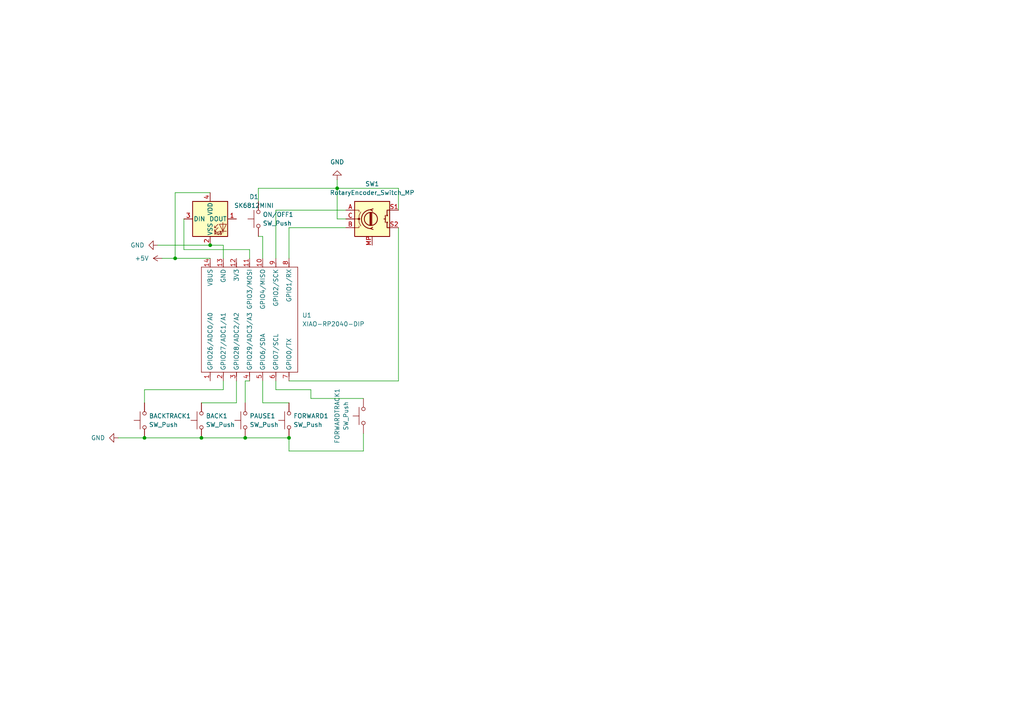
<source format=kicad_sch>
(kicad_sch (version 20250114) (generator "eeschema") (generator_version "9.0")
  (paper "A4")
  (lib_symbols
    (symbol "Device:RotaryEncoder_Switch_MP" (pin_names (offset 0.254) (hide yes))
      (property "Reference" "SW" (at 0 8.89 0))
      (property "Value" "RotaryEncoder_Switch_MP" (at 0 6.35 0))
      (symbol "RotaryEncoder_Switch_MP_0_1"
        (rectangle (start -5.08 5.08) (end 5.08 -5.08) (stroke (width 0.254)) (fill (type background)))
        (polyline (pts (xy -5.08 2.54) (xy -3.81 2.54) (xy -3.81 2.032)))
        (polyline (pts (xy -5.08 0) (xy -3.81 0) (xy -3.81 -1.016) (xy -3.302 -2.032)))
        (polyline (pts (xy -5.08 -2.54) (xy -3.81 -2.54) (xy -3.81 -2.032)))
        (polyline (pts (xy -4.318 0) (xy -3.81 0) (xy -3.81 1.016) (xy -3.302 2.032)))
        (circle (center -3.81 0) (radius 0.254) (fill (type outline)))
        (polyline (pts (xy -0.635 -1.778) (xy -0.635 1.778)) (stroke (width 0.254)))
        (circle (center -0.381 0) (radius 1.905) (stroke (width 0.254)))
        (polyline (pts (xy -0.381 -1.778) (xy -0.381 1.778)) (stroke (width 0.254)))
        (arc (start -0.381 -2.794) (mid -3.0988 -0.0635) (end -0.381 2.667) (stroke (width 0.254)))
        (polyline (pts (xy -0.127 1.778) (xy -0.127 -1.778)) (stroke (width 0.254)))
        (polyline (pts (xy 0.254 2.921) (xy -0.508 2.667) (xy 0.127 2.286)) (stroke (width 0.254)))
        (polyline (pts (xy 0.254 -3.048) (xy -0.508 -2.794) (xy 0.127 -2.413)) (stroke (width 0.254)))
        (polyline (pts (xy 3.81 1.016) (xy 3.81 -1.016)) (stroke (width 0.254)))
        (polyline (pts (xy 3.81 0) (xy 3.429 0)) (stroke (width 0.254)))
        (circle (center 4.318 1.016) (radius 0.127) (stroke (width 0.254)))
        (circle (center 4.318 -1.016) (radius 0.127) (stroke (width 0.254)))
        (polyline (pts (xy 5.08 2.54) (xy 4.318 2.54) (xy 4.318 1.016)) (stroke (width 0.254)))
        (polyline (pts (xy 5.08 -2.54) (xy 4.318 -2.54) (xy 4.318 -1.016)) (stroke (width 0.254)))
      )
      (symbol "RotaryEncoder_Switch_MP_1_1"
        (pin passive line (at -7.62 2.54 0) (length 2.54) (name "A") (number "A"))
        (pin passive line (at -7.62 0 0) (length 2.54) (name "C") (number "C"))
        (pin passive line (at -7.62 -2.54 0) (length 2.54) (name "B") (number "B"))
        (pin passive line (at 0 -7.62 90) (length 2.54) (name "MP") (number "MP"))
        (pin passive line (at 7.62 2.54 180) (length 2.54) (name "S1") (number "S1"))
        (pin passive line (at 7.62 -2.54 180) (length 2.54) (name "S2") (number "S2"))
      )
    )
    (symbol "LED:SK6812MINI" (pin_names (offset 0.254))
      (property "Reference" "D" (at 5.08 5.715 0))
      (property "Value" "SK6812MINI" (at 1.27 -5.715 0))
      (symbol "SK6812MINI_0_0"
        (text "RGB" (at 2.286 -4.191 0) (effects (font (size 0.762 0.762))))
      )
      (symbol "SK6812MINI_0_1"
        (polyline (pts (xy 1.27 -2.54) (xy 1.778 -2.54)))
        (polyline (pts (xy 1.27 -3.556) (xy 1.778 -3.556)))
        (polyline (pts (xy 2.286 -1.524) (xy 1.27 -2.54) (xy 1.27 -2.032)))
        (polyline (pts (xy 2.286 -2.54) (xy 1.27 -3.556) (xy 1.27 -3.048)))
        (polyline (pts (xy 3.683 -1.016) (xy 3.683 -3.556) (xy 3.683 -4.064)))
        (polyline (pts (xy 4.699 -1.524) (xy 2.667 -1.524) (xy 3.683 -3.556) (xy 4.699 -1.524)))
        (polyline (pts (xy 4.699 -3.556) (xy 2.667 -3.556)))
        (rectangle (start 5.08 5.08) (end -5.08 -5.08) (stroke (width 0.254)) (fill (type background)))
      )
      (symbol "SK6812MINI_1_1"
        (pin input line (at -7.62 0 0) (length 2.54) (name "DIN") (number "3"))
        (pin power_in line (at 0 7.62 270) (length 2.54) (name "VDD") (number "4"))
        (pin power_in line (at 0 -7.62 90) (length 2.54) (name "VSS") (number "2"))
        (pin output line (at 7.62 0 180) (length 2.54) (name "DOUT") (number "1"))
      )
    )
    (symbol "Seeed OPL XIAO:XIAO-RP2040-DIP"
      (property "Reference" "U" (at 0 0 0))
      (property "Value" "XIAO-RP2040-DIP" (at 5.334 -1.778 0))
      (symbol "XIAO-RP2040-DIP_1_0"
        (polyline (pts (xy -1.27 -2.54) (xy 29.21 -2.54)) (stroke (width 0.1524)))
        (polyline (pts (xy -1.27 -5.08) (xy -2.54 -5.08)) (stroke (width 0.1524)))
        (polyline (pts (xy -1.27 -5.08) (xy -1.27 -2.54)) (stroke (width 0.1524)))
        (polyline (pts (xy -1.27 -8.89) (xy -2.54 -8.89)) (stroke (width 0.1524)))
        (polyline (pts (xy -1.27 -8.89) (xy -1.27 -5.08)) (stroke (width 0.1524)))
        (polyline (pts (xy -1.27 -12.7) (xy -2.54 -12.7)) (stroke (width 0.1524)))
        (polyline (pts (xy -1.27 -12.7) (xy -1.27 -8.89)) (stroke (width 0.1524)))
        (polyline (pts (xy -1.27 -16.51) (xy -2.54 -16.51)) (stroke (width 0.1524)))
        (polyline (pts (xy -1.27 -16.51) (xy -1.27 -12.7)) (stroke (width 0.1524)))
        (polyline (pts (xy -1.27 -20.32) (xy -2.54 -20.32)) (stroke (width 0.1524)))
        (polyline (pts (xy -1.27 -24.13) (xy -2.54 -24.13)) (stroke (width 0.1524)))
        (polyline (pts (xy -1.27 -27.94) (xy -2.54 -27.94)) (stroke (width 0.1524)))
        (polyline (pts (xy -1.27 -30.48) (xy -1.27 -16.51)) (stroke (width 0.1524)))
        (polyline (pts (xy 29.21 -2.54) (xy 29.21 -5.08)) (stroke (width 0.1524)))
        (polyline (pts (xy 29.21 -5.08) (xy 29.21 -8.89)) (stroke (width 0.1524)))
        (polyline (pts (xy 29.21 -8.89) (xy 29.21 -12.7)) (stroke (width 0.1524)))
        (polyline (pts (xy 29.21 -12.7) (xy 29.21 -30.48)) (stroke (width 0.1524)))
        (polyline (pts (xy 29.21 -30.48) (xy -1.27 -30.48)) (stroke (width 0.1524)))
        (polyline (pts (xy 30.48 -5.08) (xy 29.21 -5.08)) (stroke (width 0.1524)))
        (polyline (pts (xy 30.48 -8.89) (xy 29.21 -8.89)) (stroke (width 0.1524)))
        (polyline (pts (xy 30.48 -12.7) (xy 29.21 -12.7)) (stroke (width 0.1524)))
        (polyline (pts (xy 30.48 -16.51) (xy 29.21 -16.51)) (stroke (width 0.1524)))
        (polyline (pts (xy 30.48 -20.32) (xy 29.21 -20.32)) (stroke (width 0.1524)))
        (polyline (pts (xy 30.48 -24.13) (xy 29.21 -24.13)) (stroke (width 0.1524)))
        (polyline (pts (xy 30.48 -27.94) (xy 29.21 -27.94)) (stroke (width 0.1524)))
        (pin passive line (at -3.81 -5.08 0) (length 2.54) (name "GPIO26/ADC0/A0") (number "1"))
        (pin passive line (at -3.81 -8.89 0) (length 2.54) (name "GPIO27/ADC1/A1") (number "2"))
        (pin passive line (at -3.81 -12.7 0) (length 2.54) (name "GPIO28/ADC2/A2") (number "3"))
        (pin passive line (at -3.81 -16.51 0) (length 2.54) (name "GPIO29/ADC3/A3") (number "4"))
        (pin passive line (at -3.81 -20.32 0) (length 2.54) (name "GPIO6/SDA") (number "5"))
        (pin passive line (at -3.81 -24.13 0) (length 2.54) (name "GPIO7/SCL") (number "6"))
        (pin passive line (at -3.81 -27.94 0) (length 2.54) (name "GPIO0/TX") (number "7"))
        (pin passive line (at 31.75 -5.08 180) (length 2.54) (name "VBUS") (number "14"))
        (pin passive line (at 31.75 -8.89 180) (length 2.54) (name "GND") (number "13"))
        (pin passive line (at 31.75 -12.7 180) (length 2.54) (name "3V3") (number "12"))
        (pin passive line (at 31.75 -16.51 180) (length 2.54) (name "GPIO3/MOSI") (number "11"))
        (pin passive line (at 31.75 -20.32 180) (length 2.54) (name "GPIO4/MISO") (number "10"))
        (pin passive line (at 31.75 -24.13 180) (length 2.54) (name "GPIO2/SCK") (number "9"))
        (pin passive line (at 31.75 -27.94 180) (length 2.54) (name "GPIO1/RX") (number "8"))
      )
    )
    (symbol "Switch:SW_Push" (pin_numbers (hide yes)) (pin_names (offset 1.016) (hide yes))
      (property "Reference" "SW" (at 1.27 2.54 0))
      (property "Value" "SW_Push" (at 0 -1.524 0))
      (symbol "SW_Push_0_1"
        (circle (center -2.032 0) (radius 0.508))
        (polyline (pts (xy 0 1.27) (xy 0 3.048)))
        (circle (center 2.032 0) (radius 0.508))
        (polyline (pts (xy 2.54 1.27) (xy -2.54 1.27)))
        (pin passive line (at -5.08 0 0) (length 2.54) (name "1") (number "1"))
        (pin passive line (at 5.08 0 180) (length 2.54) (name "2") (number "2"))
      )
    )
    (symbol "power:+5V" (power) (pin_numbers (hide yes)) (pin_names (offset 0) (hide yes))
      (property "Value" "+5V" (at 0 3.556 0))
      (symbol "+5V_0_1"
        (polyline (pts (xy -0.762 1.27) (xy 0 2.54)))
        (polyline (pts (xy 0 2.54) (xy 0.762 1.27)))
        (polyline (pts (xy 0 0) (xy 0 2.54)))
      )
      (symbol "+5V_1_1"
        (pin power_in line (at 0 0 90) (length 0) (name "~") (number "1"))
      )
    )
    (symbol "power:GND" (power) (pin_numbers (hide yes)) (pin_names (offset 0) (hide yes))
      (property "Value" "GND" (at 0 -3.81 0))
      (symbol "GND_0_1"
        (polyline (pts (xy 0 0) (xy 0 -1.27) (xy 1.27 -1.27) (xy 0 -2.54) (xy -1.27 -1.27) (xy 0 -1.27)))
      )
      (symbol "GND_1_1"
        (pin power_in line (at 0 0 270) (length 0) (name "~") (number "1"))
      )
    )
  )
  (junction (at 97.79 54.61))
  (junction (at 58.42 127))
  (junction (at 50.8 74.93))
  (junction (at 71.12 127))
  (junction (at 83.82 127))
  (junction (at 60.96 71.12))
  (junction (at 41.91 127))
  (wire (pts (xy 41.91 113.03) (xy 64.77 113.03)))
  (wire (pts (xy 74.93 68.58) (xy 76.2 68.58)))
  (wire (pts (xy 71.12 127) (xy 83.82 127)))
  (wire (pts (xy 45.72 71.12) (xy 60.96 71.12)))
  (wire (pts (xy 50.8 55.88) (xy 50.8 74.93)))
  (wire (pts (xy 76.2 116.84) (xy 76.2 110.49)))
  (wire (pts (xy 64.77 74.93) (xy 64.77 71.12)))
  (wire (pts (xy 97.79 54.61) (xy 97.79 52.07)))
  (wire (pts (xy 115.57 110.49) (xy 83.82 110.49)))
  (wire (pts (xy 41.91 116.84) (xy 41.91 113.03)))
  (wire (pts (xy 41.91 127) (xy 58.42 127)))
  (wire (pts (xy 53.34 63.5) (xy 53.34 72.39)))
  (wire (pts (xy 115.57 54.61) (xy 97.79 54.61)))
  (wire (pts (xy 72.39 72.39) (xy 72.39 74.93)))
  (wire (pts (xy 90.17 115.57) (xy 90.17 113.03)))
  (wire (pts (xy 71.12 116.84) (xy 71.12 110.49)))
  (wire (pts (xy 64.77 113.03) (xy 64.77 110.49)))
  (wire (pts (xy 58.42 127) (xy 71.12 127)))
  (wire (pts (xy 115.57 60.96) (xy 115.57 54.61)))
  (wire (pts (xy 105.41 125.73) (xy 105.41 130.81)))
  (wire (pts (xy 74.93 58.42) (xy 74.93 54.61)))
  (wire (pts (xy 100.33 66.04) (xy 83.82 66.04)))
  (wire (pts (xy 83.82 116.84) (xy 76.2 116.84)))
  (wire (pts (xy 90.17 113.03) (xy 80.01 113.03)))
  (wire (pts (xy 50.8 74.93) (xy 60.96 74.93)))
  (wire (pts (xy 115.57 66.04) (xy 115.57 110.49)))
  (wire (pts (xy 76.2 68.58) (xy 76.2 74.93)))
  (wire (pts (xy 60.96 55.88) (xy 50.8 55.88)))
  (wire (pts (xy 34.29 127) (xy 41.91 127)))
  (wire (pts (xy 83.82 66.04) (xy 83.82 74.93)))
  (wire (pts (xy 68.58 116.84) (xy 68.58 110.49)))
  (wire (pts (xy 100.33 60.96) (xy 80.01 60.96)))
  (wire (pts (xy 100.33 63.5) (xy 97.79 63.5)))
  (wire (pts (xy 105.41 115.57) (xy 90.17 115.57)))
  (wire (pts (xy 46.99 74.93) (xy 50.8 74.93)))
  (wire (pts (xy 80.01 60.96) (xy 80.01 74.93)))
  (wire (pts (xy 105.41 130.81) (xy 83.82 130.81)))
  (wire (pts (xy 97.79 63.5) (xy 97.79 54.61)))
  (wire (pts (xy 74.93 54.61) (xy 97.79 54.61)))
  (wire (pts (xy 53.34 72.39) (xy 72.39 72.39)))
  (wire (pts (xy 83.82 130.81) (xy 83.82 127)))
  (wire (pts (xy 80.01 113.03) (xy 80.01 110.49)))
  (wire (pts (xy 58.42 116.84) (xy 68.58 116.84)))
  (wire (pts (xy 60.96 71.12) (xy 64.77 71.12)))
  (wire (pts (xy 71.12 110.49) (xy 72.39 110.49)))
  (symbol (lib_id "LED:SK6812MINI") (at 60.96 63.5 0) (unit 1)
    (property "Reference" "D1" (at 73.66 57.0798 0))
    (property "Value" "SK6812MINI" (at 73.66 59.6198 0))
    (property "Footprint" "LED_SMD:LED_SK6812MINI_PLCC4_3.5x3.5mm_P1.75mm" (effects (hide yes)))
    (property "Datasheet" "https://cdn-shop.adafruit.com/product-files/2686/SK6812MINI_REV.01-1-2.pdf" (effects (hide yes)))
    (property "Description" "RGB LED with integrated controller" (effects (hide yes)))
  )
  (symbol (lib_id "power:GND") (at 34.29 127 270) (unit 1)
    (property "Reference" "#PWR01" (effects (hide yes)))
    (property "Value" "GND" (at 30.48 126.9999 90) (effects (justify right)))
    (property "Description" "Power symbol creates a global label with name \"GND\" , ground" (effects (hide yes)))
  )
  (symbol (lib_id "power:GND") (at 97.79 52.07 180) (unit 1)
    (property "Reference" "#PWR04" (effects (hide yes)))
    (property "Value" "GND" (at 97.79 46.99 0))
    (property "Description" "Power symbol creates a global label with name \"GND\" , ground" (effects (hide yes)))
  )
  (symbol (lib_id "Seeed OPL XIAO:XIAO-RP2040-DIP") (at 55.88 106.68 90) (unit 1)
    (property "Reference" "U1" (at 87.63 91.4399 90) (effects (justify right)))
    (property "Value" "XIAO-RP2040-DIP" (at 87.63 93.9799 90) (effects (justify right)))
    (property "Footprint" "Seeed OPL XIAO:XIAO-RP2040-DIP" (effects (hide yes)))
  )
  (symbol (lib_id "Switch:SW_Push") (at 41.91 121.92 90) (unit 1)
    (property "Reference" "BACKTRACK1" (at 43.18 120.6499 90) (effects (justify right)))
    (property "Value" "SW_Push" (at 43.18 123.1899 90) (effects (justify right)))
    (property "Footprint" "Button_Switch_Keyboard:SW_Cherry_MX_1.00u_PCB" (effects (hide yes)))
    (property "Description" "Push button switch, generic, two pins" (effects (hide yes)))
  )
  (symbol (lib_id "Switch:SW_Push") (at 71.12 121.92 90) (unit 1)
    (property "Reference" "PAUSE1" (at 72.39 120.6499 90) (effects (justify right)))
    (property "Value" "SW_Push" (at 72.39 123.1899 90) (effects (justify right)))
    (property "Footprint" "Button_Switch_Keyboard:SW_Cherry_MX_1.00u_PCB" (effects (hide yes)))
    (property "Description" "Push button switch, generic, two pins" (effects (hide yes)))
  )
  (symbol (lib_id "Switch:SW_Push") (at 58.42 121.92 90) (unit 1)
    (property "Reference" "BACK1" (at 59.69 120.6499 90) (effects (justify right)))
    (property "Value" "SW_Push" (at 59.69 123.1899 90) (effects (justify right)))
    (property "Footprint" "Button_Switch_Keyboard:SW_Cherry_MX_1.00u_PCB" (effects (hide yes)))
    (property "Description" "Push button switch, generic, two pins" (effects (hide yes)))
  )
  (symbol (lib_id "Switch:SW_Push") (at 74.93 63.5 90) (unit 1)
    (property "Reference" "ON/OFF1" (at 76.2 62.2299 90) (effects (justify right)))
    (property "Value" "SW_Push" (at 76.2 64.7699 90) (effects (justify right)))
    (property "Footprint" "Button_Switch_Keyboard:SW_Cherry_MX_1.00u_PCB" (effects (hide yes)))
    (property "Description" "Push button switch, generic, two pins" (effects (hide yes)))
  )
  (symbol (lib_id "Device:RotaryEncoder_Switch_MP") (at 107.95 63.5 0) (unit 1)
    (property "Reference" "SW1" (at 107.95 53.34 0))
    (property "Value" "RotaryEncoder_Switch_MP" (at 107.95 55.88 0))
    (property "Footprint" "Rotary_Encoder:RotaryEncoder_Alps_EC11E-Switch_Vertical_H20mm" (effects (hide yes)))
    (property "Description" "Rotary encoder, dual channel, incremental quadrate outputs, with switch and MP Pin" (effects (hide yes)))
  )
  (symbol (lib_id "power:GND") (at 45.72 71.12 270) (unit 1)
    (property "Reference" "#PWR02" (effects (hide yes)))
    (property "Value" "GND" (at 41.91 71.1199 90) (effects (justify right)))
    (property "Description" "Power symbol creates a global label with name \"GND\" , ground" (effects (hide yes)))
  )
  (symbol (lib_id "Switch:SW_Push") (at 105.41 120.65 90) (unit 1)
    (property "Reference" "FORWARDTRACK1" (at 97.79 120.65 0))
    (property "Value" "SW_Push" (at 100.33 120.65 0))
    (property "Footprint" "Button_Switch_Keyboard:SW_Cherry_MX_1.00u_PCB" (effects (hide yes)))
    (property "Description" "Push button switch, generic, two pins" (effects (hide yes)))
  )
  (symbol (lib_id "power:+5V") (at 46.99 74.93 90) (unit 1)
    (property "Reference" "#PWR03" (effects (hide yes)))
    (property "Value" "+5V" (at 43.18 74.9299 90) (effects (justify left)))
    (property "Description" "Power symbol creates a global label with name \"+5V\"" (effects (hide yes)))
  )
  (symbol (lib_id "Switch:SW_Push") (at 83.82 121.92 90) (unit 1)
    (property "Reference" "FORWARD1" (at 85.09 120.6499 90) (effects (justify right)))
    (property "Value" "SW_Push" (at 85.09 123.1899 90) (effects (justify right)))
    (property "Footprint" "Button_Switch_Keyboard:SW_Cherry_MX_1.00u_PCB" (effects (hide yes)))
    (property "Description" "Push button switch, generic, two pins" (effects (hide yes)))
  )
)
</source>
